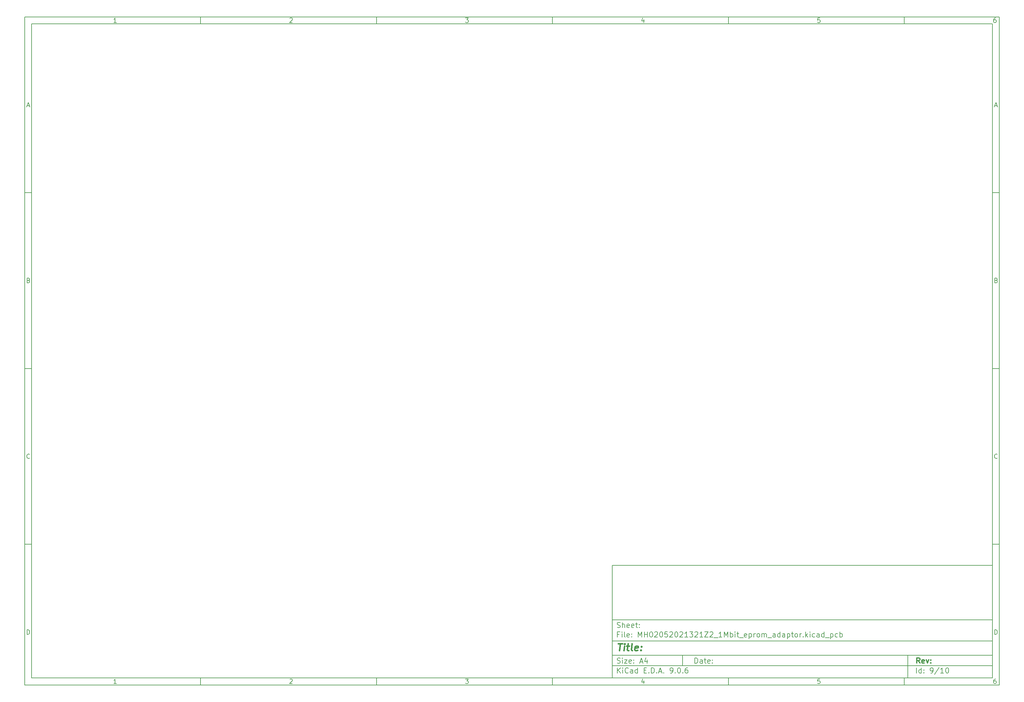
<source format=gbr>
%TF.GenerationSoftware,KiCad,Pcbnew,9.0.6*%
%TF.CreationDate,2026-01-11T11:31:53+09:00*%
%TF.ProjectId,MH02052021321Z2_1Mbit_eprom_adaptor,4d483032-3035-4323-9032-313332315a32,rev?*%
%TF.SameCoordinates,Original*%
%TF.FileFunction,Other,Comment*%
%FSLAX46Y46*%
G04 Gerber Fmt 4.6, Leading zero omitted, Abs format (unit mm)*
G04 Created by KiCad (PCBNEW 9.0.6) date 2026-01-11 11:31:53*
%MOMM*%
%LPD*%
G01*
G04 APERTURE LIST*
%ADD10C,0.100000*%
%ADD11C,0.150000*%
%ADD12C,0.300000*%
%ADD13C,0.400000*%
G04 APERTURE END LIST*
D10*
D11*
X177002200Y-166007200D02*
X285002200Y-166007200D01*
X285002200Y-198007200D01*
X177002200Y-198007200D01*
X177002200Y-166007200D01*
D10*
D11*
X10000000Y-10000000D02*
X287002200Y-10000000D01*
X287002200Y-200007200D01*
X10000000Y-200007200D01*
X10000000Y-10000000D01*
D10*
D11*
X12000000Y-12000000D02*
X285002200Y-12000000D01*
X285002200Y-198007200D01*
X12000000Y-198007200D01*
X12000000Y-12000000D01*
D10*
D11*
X60000000Y-12000000D02*
X60000000Y-10000000D01*
D10*
D11*
X110000000Y-12000000D02*
X110000000Y-10000000D01*
D10*
D11*
X160000000Y-12000000D02*
X160000000Y-10000000D01*
D10*
D11*
X210000000Y-12000000D02*
X210000000Y-10000000D01*
D10*
D11*
X260000000Y-12000000D02*
X260000000Y-10000000D01*
D10*
D11*
X36089160Y-11593604D02*
X35346303Y-11593604D01*
X35717731Y-11593604D02*
X35717731Y-10293604D01*
X35717731Y-10293604D02*
X35593922Y-10479319D01*
X35593922Y-10479319D02*
X35470112Y-10603128D01*
X35470112Y-10603128D02*
X35346303Y-10665033D01*
D10*
D11*
X85346303Y-10417414D02*
X85408207Y-10355509D01*
X85408207Y-10355509D02*
X85532017Y-10293604D01*
X85532017Y-10293604D02*
X85841541Y-10293604D01*
X85841541Y-10293604D02*
X85965350Y-10355509D01*
X85965350Y-10355509D02*
X86027255Y-10417414D01*
X86027255Y-10417414D02*
X86089160Y-10541223D01*
X86089160Y-10541223D02*
X86089160Y-10665033D01*
X86089160Y-10665033D02*
X86027255Y-10850747D01*
X86027255Y-10850747D02*
X85284398Y-11593604D01*
X85284398Y-11593604D02*
X86089160Y-11593604D01*
D10*
D11*
X135284398Y-10293604D02*
X136089160Y-10293604D01*
X136089160Y-10293604D02*
X135655826Y-10788842D01*
X135655826Y-10788842D02*
X135841541Y-10788842D01*
X135841541Y-10788842D02*
X135965350Y-10850747D01*
X135965350Y-10850747D02*
X136027255Y-10912652D01*
X136027255Y-10912652D02*
X136089160Y-11036461D01*
X136089160Y-11036461D02*
X136089160Y-11345985D01*
X136089160Y-11345985D02*
X136027255Y-11469795D01*
X136027255Y-11469795D02*
X135965350Y-11531700D01*
X135965350Y-11531700D02*
X135841541Y-11593604D01*
X135841541Y-11593604D02*
X135470112Y-11593604D01*
X135470112Y-11593604D02*
X135346303Y-11531700D01*
X135346303Y-11531700D02*
X135284398Y-11469795D01*
D10*
D11*
X185965350Y-10726938D02*
X185965350Y-11593604D01*
X185655826Y-10231700D02*
X185346303Y-11160271D01*
X185346303Y-11160271D02*
X186151064Y-11160271D01*
D10*
D11*
X236027255Y-10293604D02*
X235408207Y-10293604D01*
X235408207Y-10293604D02*
X235346303Y-10912652D01*
X235346303Y-10912652D02*
X235408207Y-10850747D01*
X235408207Y-10850747D02*
X235532017Y-10788842D01*
X235532017Y-10788842D02*
X235841541Y-10788842D01*
X235841541Y-10788842D02*
X235965350Y-10850747D01*
X235965350Y-10850747D02*
X236027255Y-10912652D01*
X236027255Y-10912652D02*
X236089160Y-11036461D01*
X236089160Y-11036461D02*
X236089160Y-11345985D01*
X236089160Y-11345985D02*
X236027255Y-11469795D01*
X236027255Y-11469795D02*
X235965350Y-11531700D01*
X235965350Y-11531700D02*
X235841541Y-11593604D01*
X235841541Y-11593604D02*
X235532017Y-11593604D01*
X235532017Y-11593604D02*
X235408207Y-11531700D01*
X235408207Y-11531700D02*
X235346303Y-11469795D01*
D10*
D11*
X285965350Y-10293604D02*
X285717731Y-10293604D01*
X285717731Y-10293604D02*
X285593922Y-10355509D01*
X285593922Y-10355509D02*
X285532017Y-10417414D01*
X285532017Y-10417414D02*
X285408207Y-10603128D01*
X285408207Y-10603128D02*
X285346303Y-10850747D01*
X285346303Y-10850747D02*
X285346303Y-11345985D01*
X285346303Y-11345985D02*
X285408207Y-11469795D01*
X285408207Y-11469795D02*
X285470112Y-11531700D01*
X285470112Y-11531700D02*
X285593922Y-11593604D01*
X285593922Y-11593604D02*
X285841541Y-11593604D01*
X285841541Y-11593604D02*
X285965350Y-11531700D01*
X285965350Y-11531700D02*
X286027255Y-11469795D01*
X286027255Y-11469795D02*
X286089160Y-11345985D01*
X286089160Y-11345985D02*
X286089160Y-11036461D01*
X286089160Y-11036461D02*
X286027255Y-10912652D01*
X286027255Y-10912652D02*
X285965350Y-10850747D01*
X285965350Y-10850747D02*
X285841541Y-10788842D01*
X285841541Y-10788842D02*
X285593922Y-10788842D01*
X285593922Y-10788842D02*
X285470112Y-10850747D01*
X285470112Y-10850747D02*
X285408207Y-10912652D01*
X285408207Y-10912652D02*
X285346303Y-11036461D01*
D10*
D11*
X60000000Y-198007200D02*
X60000000Y-200007200D01*
D10*
D11*
X110000000Y-198007200D02*
X110000000Y-200007200D01*
D10*
D11*
X160000000Y-198007200D02*
X160000000Y-200007200D01*
D10*
D11*
X210000000Y-198007200D02*
X210000000Y-200007200D01*
D10*
D11*
X260000000Y-198007200D02*
X260000000Y-200007200D01*
D10*
D11*
X36089160Y-199600804D02*
X35346303Y-199600804D01*
X35717731Y-199600804D02*
X35717731Y-198300804D01*
X35717731Y-198300804D02*
X35593922Y-198486519D01*
X35593922Y-198486519D02*
X35470112Y-198610328D01*
X35470112Y-198610328D02*
X35346303Y-198672233D01*
D10*
D11*
X85346303Y-198424614D02*
X85408207Y-198362709D01*
X85408207Y-198362709D02*
X85532017Y-198300804D01*
X85532017Y-198300804D02*
X85841541Y-198300804D01*
X85841541Y-198300804D02*
X85965350Y-198362709D01*
X85965350Y-198362709D02*
X86027255Y-198424614D01*
X86027255Y-198424614D02*
X86089160Y-198548423D01*
X86089160Y-198548423D02*
X86089160Y-198672233D01*
X86089160Y-198672233D02*
X86027255Y-198857947D01*
X86027255Y-198857947D02*
X85284398Y-199600804D01*
X85284398Y-199600804D02*
X86089160Y-199600804D01*
D10*
D11*
X135284398Y-198300804D02*
X136089160Y-198300804D01*
X136089160Y-198300804D02*
X135655826Y-198796042D01*
X135655826Y-198796042D02*
X135841541Y-198796042D01*
X135841541Y-198796042D02*
X135965350Y-198857947D01*
X135965350Y-198857947D02*
X136027255Y-198919852D01*
X136027255Y-198919852D02*
X136089160Y-199043661D01*
X136089160Y-199043661D02*
X136089160Y-199353185D01*
X136089160Y-199353185D02*
X136027255Y-199476995D01*
X136027255Y-199476995D02*
X135965350Y-199538900D01*
X135965350Y-199538900D02*
X135841541Y-199600804D01*
X135841541Y-199600804D02*
X135470112Y-199600804D01*
X135470112Y-199600804D02*
X135346303Y-199538900D01*
X135346303Y-199538900D02*
X135284398Y-199476995D01*
D10*
D11*
X185965350Y-198734138D02*
X185965350Y-199600804D01*
X185655826Y-198238900D02*
X185346303Y-199167471D01*
X185346303Y-199167471D02*
X186151064Y-199167471D01*
D10*
D11*
X236027255Y-198300804D02*
X235408207Y-198300804D01*
X235408207Y-198300804D02*
X235346303Y-198919852D01*
X235346303Y-198919852D02*
X235408207Y-198857947D01*
X235408207Y-198857947D02*
X235532017Y-198796042D01*
X235532017Y-198796042D02*
X235841541Y-198796042D01*
X235841541Y-198796042D02*
X235965350Y-198857947D01*
X235965350Y-198857947D02*
X236027255Y-198919852D01*
X236027255Y-198919852D02*
X236089160Y-199043661D01*
X236089160Y-199043661D02*
X236089160Y-199353185D01*
X236089160Y-199353185D02*
X236027255Y-199476995D01*
X236027255Y-199476995D02*
X235965350Y-199538900D01*
X235965350Y-199538900D02*
X235841541Y-199600804D01*
X235841541Y-199600804D02*
X235532017Y-199600804D01*
X235532017Y-199600804D02*
X235408207Y-199538900D01*
X235408207Y-199538900D02*
X235346303Y-199476995D01*
D10*
D11*
X285965350Y-198300804D02*
X285717731Y-198300804D01*
X285717731Y-198300804D02*
X285593922Y-198362709D01*
X285593922Y-198362709D02*
X285532017Y-198424614D01*
X285532017Y-198424614D02*
X285408207Y-198610328D01*
X285408207Y-198610328D02*
X285346303Y-198857947D01*
X285346303Y-198857947D02*
X285346303Y-199353185D01*
X285346303Y-199353185D02*
X285408207Y-199476995D01*
X285408207Y-199476995D02*
X285470112Y-199538900D01*
X285470112Y-199538900D02*
X285593922Y-199600804D01*
X285593922Y-199600804D02*
X285841541Y-199600804D01*
X285841541Y-199600804D02*
X285965350Y-199538900D01*
X285965350Y-199538900D02*
X286027255Y-199476995D01*
X286027255Y-199476995D02*
X286089160Y-199353185D01*
X286089160Y-199353185D02*
X286089160Y-199043661D01*
X286089160Y-199043661D02*
X286027255Y-198919852D01*
X286027255Y-198919852D02*
X285965350Y-198857947D01*
X285965350Y-198857947D02*
X285841541Y-198796042D01*
X285841541Y-198796042D02*
X285593922Y-198796042D01*
X285593922Y-198796042D02*
X285470112Y-198857947D01*
X285470112Y-198857947D02*
X285408207Y-198919852D01*
X285408207Y-198919852D02*
X285346303Y-199043661D01*
D10*
D11*
X10000000Y-60000000D02*
X12000000Y-60000000D01*
D10*
D11*
X10000000Y-110000000D02*
X12000000Y-110000000D01*
D10*
D11*
X10000000Y-160000000D02*
X12000000Y-160000000D01*
D10*
D11*
X10690476Y-35222176D02*
X11309523Y-35222176D01*
X10566666Y-35593604D02*
X10999999Y-34293604D01*
X10999999Y-34293604D02*
X11433333Y-35593604D01*
D10*
D11*
X11092857Y-84912652D02*
X11278571Y-84974557D01*
X11278571Y-84974557D02*
X11340476Y-85036461D01*
X11340476Y-85036461D02*
X11402380Y-85160271D01*
X11402380Y-85160271D02*
X11402380Y-85345985D01*
X11402380Y-85345985D02*
X11340476Y-85469795D01*
X11340476Y-85469795D02*
X11278571Y-85531700D01*
X11278571Y-85531700D02*
X11154761Y-85593604D01*
X11154761Y-85593604D02*
X10659523Y-85593604D01*
X10659523Y-85593604D02*
X10659523Y-84293604D01*
X10659523Y-84293604D02*
X11092857Y-84293604D01*
X11092857Y-84293604D02*
X11216666Y-84355509D01*
X11216666Y-84355509D02*
X11278571Y-84417414D01*
X11278571Y-84417414D02*
X11340476Y-84541223D01*
X11340476Y-84541223D02*
X11340476Y-84665033D01*
X11340476Y-84665033D02*
X11278571Y-84788842D01*
X11278571Y-84788842D02*
X11216666Y-84850747D01*
X11216666Y-84850747D02*
X11092857Y-84912652D01*
X11092857Y-84912652D02*
X10659523Y-84912652D01*
D10*
D11*
X11402380Y-135469795D02*
X11340476Y-135531700D01*
X11340476Y-135531700D02*
X11154761Y-135593604D01*
X11154761Y-135593604D02*
X11030952Y-135593604D01*
X11030952Y-135593604D02*
X10845238Y-135531700D01*
X10845238Y-135531700D02*
X10721428Y-135407890D01*
X10721428Y-135407890D02*
X10659523Y-135284080D01*
X10659523Y-135284080D02*
X10597619Y-135036461D01*
X10597619Y-135036461D02*
X10597619Y-134850747D01*
X10597619Y-134850747D02*
X10659523Y-134603128D01*
X10659523Y-134603128D02*
X10721428Y-134479319D01*
X10721428Y-134479319D02*
X10845238Y-134355509D01*
X10845238Y-134355509D02*
X11030952Y-134293604D01*
X11030952Y-134293604D02*
X11154761Y-134293604D01*
X11154761Y-134293604D02*
X11340476Y-134355509D01*
X11340476Y-134355509D02*
X11402380Y-134417414D01*
D10*
D11*
X10659523Y-185593604D02*
X10659523Y-184293604D01*
X10659523Y-184293604D02*
X10969047Y-184293604D01*
X10969047Y-184293604D02*
X11154761Y-184355509D01*
X11154761Y-184355509D02*
X11278571Y-184479319D01*
X11278571Y-184479319D02*
X11340476Y-184603128D01*
X11340476Y-184603128D02*
X11402380Y-184850747D01*
X11402380Y-184850747D02*
X11402380Y-185036461D01*
X11402380Y-185036461D02*
X11340476Y-185284080D01*
X11340476Y-185284080D02*
X11278571Y-185407890D01*
X11278571Y-185407890D02*
X11154761Y-185531700D01*
X11154761Y-185531700D02*
X10969047Y-185593604D01*
X10969047Y-185593604D02*
X10659523Y-185593604D01*
D10*
D11*
X287002200Y-60000000D02*
X285002200Y-60000000D01*
D10*
D11*
X287002200Y-110000000D02*
X285002200Y-110000000D01*
D10*
D11*
X287002200Y-160000000D02*
X285002200Y-160000000D01*
D10*
D11*
X285692676Y-35222176D02*
X286311723Y-35222176D01*
X285568866Y-35593604D02*
X286002199Y-34293604D01*
X286002199Y-34293604D02*
X286435533Y-35593604D01*
D10*
D11*
X286095057Y-84912652D02*
X286280771Y-84974557D01*
X286280771Y-84974557D02*
X286342676Y-85036461D01*
X286342676Y-85036461D02*
X286404580Y-85160271D01*
X286404580Y-85160271D02*
X286404580Y-85345985D01*
X286404580Y-85345985D02*
X286342676Y-85469795D01*
X286342676Y-85469795D02*
X286280771Y-85531700D01*
X286280771Y-85531700D02*
X286156961Y-85593604D01*
X286156961Y-85593604D02*
X285661723Y-85593604D01*
X285661723Y-85593604D02*
X285661723Y-84293604D01*
X285661723Y-84293604D02*
X286095057Y-84293604D01*
X286095057Y-84293604D02*
X286218866Y-84355509D01*
X286218866Y-84355509D02*
X286280771Y-84417414D01*
X286280771Y-84417414D02*
X286342676Y-84541223D01*
X286342676Y-84541223D02*
X286342676Y-84665033D01*
X286342676Y-84665033D02*
X286280771Y-84788842D01*
X286280771Y-84788842D02*
X286218866Y-84850747D01*
X286218866Y-84850747D02*
X286095057Y-84912652D01*
X286095057Y-84912652D02*
X285661723Y-84912652D01*
D10*
D11*
X286404580Y-135469795D02*
X286342676Y-135531700D01*
X286342676Y-135531700D02*
X286156961Y-135593604D01*
X286156961Y-135593604D02*
X286033152Y-135593604D01*
X286033152Y-135593604D02*
X285847438Y-135531700D01*
X285847438Y-135531700D02*
X285723628Y-135407890D01*
X285723628Y-135407890D02*
X285661723Y-135284080D01*
X285661723Y-135284080D02*
X285599819Y-135036461D01*
X285599819Y-135036461D02*
X285599819Y-134850747D01*
X285599819Y-134850747D02*
X285661723Y-134603128D01*
X285661723Y-134603128D02*
X285723628Y-134479319D01*
X285723628Y-134479319D02*
X285847438Y-134355509D01*
X285847438Y-134355509D02*
X286033152Y-134293604D01*
X286033152Y-134293604D02*
X286156961Y-134293604D01*
X286156961Y-134293604D02*
X286342676Y-134355509D01*
X286342676Y-134355509D02*
X286404580Y-134417414D01*
D10*
D11*
X285661723Y-185593604D02*
X285661723Y-184293604D01*
X285661723Y-184293604D02*
X285971247Y-184293604D01*
X285971247Y-184293604D02*
X286156961Y-184355509D01*
X286156961Y-184355509D02*
X286280771Y-184479319D01*
X286280771Y-184479319D02*
X286342676Y-184603128D01*
X286342676Y-184603128D02*
X286404580Y-184850747D01*
X286404580Y-184850747D02*
X286404580Y-185036461D01*
X286404580Y-185036461D02*
X286342676Y-185284080D01*
X286342676Y-185284080D02*
X286280771Y-185407890D01*
X286280771Y-185407890D02*
X286156961Y-185531700D01*
X286156961Y-185531700D02*
X285971247Y-185593604D01*
X285971247Y-185593604D02*
X285661723Y-185593604D01*
D10*
D11*
X200458026Y-193793328D02*
X200458026Y-192293328D01*
X200458026Y-192293328D02*
X200815169Y-192293328D01*
X200815169Y-192293328D02*
X201029455Y-192364757D01*
X201029455Y-192364757D02*
X201172312Y-192507614D01*
X201172312Y-192507614D02*
X201243741Y-192650471D01*
X201243741Y-192650471D02*
X201315169Y-192936185D01*
X201315169Y-192936185D02*
X201315169Y-193150471D01*
X201315169Y-193150471D02*
X201243741Y-193436185D01*
X201243741Y-193436185D02*
X201172312Y-193579042D01*
X201172312Y-193579042D02*
X201029455Y-193721900D01*
X201029455Y-193721900D02*
X200815169Y-193793328D01*
X200815169Y-193793328D02*
X200458026Y-193793328D01*
X202600884Y-193793328D02*
X202600884Y-193007614D01*
X202600884Y-193007614D02*
X202529455Y-192864757D01*
X202529455Y-192864757D02*
X202386598Y-192793328D01*
X202386598Y-192793328D02*
X202100884Y-192793328D01*
X202100884Y-192793328D02*
X201958026Y-192864757D01*
X202600884Y-193721900D02*
X202458026Y-193793328D01*
X202458026Y-193793328D02*
X202100884Y-193793328D01*
X202100884Y-193793328D02*
X201958026Y-193721900D01*
X201958026Y-193721900D02*
X201886598Y-193579042D01*
X201886598Y-193579042D02*
X201886598Y-193436185D01*
X201886598Y-193436185D02*
X201958026Y-193293328D01*
X201958026Y-193293328D02*
X202100884Y-193221900D01*
X202100884Y-193221900D02*
X202458026Y-193221900D01*
X202458026Y-193221900D02*
X202600884Y-193150471D01*
X203100884Y-192793328D02*
X203672312Y-192793328D01*
X203315169Y-192293328D02*
X203315169Y-193579042D01*
X203315169Y-193579042D02*
X203386598Y-193721900D01*
X203386598Y-193721900D02*
X203529455Y-193793328D01*
X203529455Y-193793328D02*
X203672312Y-193793328D01*
X204743741Y-193721900D02*
X204600884Y-193793328D01*
X204600884Y-193793328D02*
X204315170Y-193793328D01*
X204315170Y-193793328D02*
X204172312Y-193721900D01*
X204172312Y-193721900D02*
X204100884Y-193579042D01*
X204100884Y-193579042D02*
X204100884Y-193007614D01*
X204100884Y-193007614D02*
X204172312Y-192864757D01*
X204172312Y-192864757D02*
X204315170Y-192793328D01*
X204315170Y-192793328D02*
X204600884Y-192793328D01*
X204600884Y-192793328D02*
X204743741Y-192864757D01*
X204743741Y-192864757D02*
X204815170Y-193007614D01*
X204815170Y-193007614D02*
X204815170Y-193150471D01*
X204815170Y-193150471D02*
X204100884Y-193293328D01*
X205458026Y-193650471D02*
X205529455Y-193721900D01*
X205529455Y-193721900D02*
X205458026Y-193793328D01*
X205458026Y-193793328D02*
X205386598Y-193721900D01*
X205386598Y-193721900D02*
X205458026Y-193650471D01*
X205458026Y-193650471D02*
X205458026Y-193793328D01*
X205458026Y-192864757D02*
X205529455Y-192936185D01*
X205529455Y-192936185D02*
X205458026Y-193007614D01*
X205458026Y-193007614D02*
X205386598Y-192936185D01*
X205386598Y-192936185D02*
X205458026Y-192864757D01*
X205458026Y-192864757D02*
X205458026Y-193007614D01*
D10*
D11*
X177002200Y-194507200D02*
X285002200Y-194507200D01*
D10*
D11*
X178458026Y-196593328D02*
X178458026Y-195093328D01*
X179315169Y-196593328D02*
X178672312Y-195736185D01*
X179315169Y-195093328D02*
X178458026Y-195950471D01*
X179958026Y-196593328D02*
X179958026Y-195593328D01*
X179958026Y-195093328D02*
X179886598Y-195164757D01*
X179886598Y-195164757D02*
X179958026Y-195236185D01*
X179958026Y-195236185D02*
X180029455Y-195164757D01*
X180029455Y-195164757D02*
X179958026Y-195093328D01*
X179958026Y-195093328D02*
X179958026Y-195236185D01*
X181529455Y-196450471D02*
X181458027Y-196521900D01*
X181458027Y-196521900D02*
X181243741Y-196593328D01*
X181243741Y-196593328D02*
X181100884Y-196593328D01*
X181100884Y-196593328D02*
X180886598Y-196521900D01*
X180886598Y-196521900D02*
X180743741Y-196379042D01*
X180743741Y-196379042D02*
X180672312Y-196236185D01*
X180672312Y-196236185D02*
X180600884Y-195950471D01*
X180600884Y-195950471D02*
X180600884Y-195736185D01*
X180600884Y-195736185D02*
X180672312Y-195450471D01*
X180672312Y-195450471D02*
X180743741Y-195307614D01*
X180743741Y-195307614D02*
X180886598Y-195164757D01*
X180886598Y-195164757D02*
X181100884Y-195093328D01*
X181100884Y-195093328D02*
X181243741Y-195093328D01*
X181243741Y-195093328D02*
X181458027Y-195164757D01*
X181458027Y-195164757D02*
X181529455Y-195236185D01*
X182815170Y-196593328D02*
X182815170Y-195807614D01*
X182815170Y-195807614D02*
X182743741Y-195664757D01*
X182743741Y-195664757D02*
X182600884Y-195593328D01*
X182600884Y-195593328D02*
X182315170Y-195593328D01*
X182315170Y-195593328D02*
X182172312Y-195664757D01*
X182815170Y-196521900D02*
X182672312Y-196593328D01*
X182672312Y-196593328D02*
X182315170Y-196593328D01*
X182315170Y-196593328D02*
X182172312Y-196521900D01*
X182172312Y-196521900D02*
X182100884Y-196379042D01*
X182100884Y-196379042D02*
X182100884Y-196236185D01*
X182100884Y-196236185D02*
X182172312Y-196093328D01*
X182172312Y-196093328D02*
X182315170Y-196021900D01*
X182315170Y-196021900D02*
X182672312Y-196021900D01*
X182672312Y-196021900D02*
X182815170Y-195950471D01*
X184172313Y-196593328D02*
X184172313Y-195093328D01*
X184172313Y-196521900D02*
X184029455Y-196593328D01*
X184029455Y-196593328D02*
X183743741Y-196593328D01*
X183743741Y-196593328D02*
X183600884Y-196521900D01*
X183600884Y-196521900D02*
X183529455Y-196450471D01*
X183529455Y-196450471D02*
X183458027Y-196307614D01*
X183458027Y-196307614D02*
X183458027Y-195879042D01*
X183458027Y-195879042D02*
X183529455Y-195736185D01*
X183529455Y-195736185D02*
X183600884Y-195664757D01*
X183600884Y-195664757D02*
X183743741Y-195593328D01*
X183743741Y-195593328D02*
X184029455Y-195593328D01*
X184029455Y-195593328D02*
X184172313Y-195664757D01*
X186029455Y-195807614D02*
X186529455Y-195807614D01*
X186743741Y-196593328D02*
X186029455Y-196593328D01*
X186029455Y-196593328D02*
X186029455Y-195093328D01*
X186029455Y-195093328D02*
X186743741Y-195093328D01*
X187386598Y-196450471D02*
X187458027Y-196521900D01*
X187458027Y-196521900D02*
X187386598Y-196593328D01*
X187386598Y-196593328D02*
X187315170Y-196521900D01*
X187315170Y-196521900D02*
X187386598Y-196450471D01*
X187386598Y-196450471D02*
X187386598Y-196593328D01*
X188100884Y-196593328D02*
X188100884Y-195093328D01*
X188100884Y-195093328D02*
X188458027Y-195093328D01*
X188458027Y-195093328D02*
X188672313Y-195164757D01*
X188672313Y-195164757D02*
X188815170Y-195307614D01*
X188815170Y-195307614D02*
X188886599Y-195450471D01*
X188886599Y-195450471D02*
X188958027Y-195736185D01*
X188958027Y-195736185D02*
X188958027Y-195950471D01*
X188958027Y-195950471D02*
X188886599Y-196236185D01*
X188886599Y-196236185D02*
X188815170Y-196379042D01*
X188815170Y-196379042D02*
X188672313Y-196521900D01*
X188672313Y-196521900D02*
X188458027Y-196593328D01*
X188458027Y-196593328D02*
X188100884Y-196593328D01*
X189600884Y-196450471D02*
X189672313Y-196521900D01*
X189672313Y-196521900D02*
X189600884Y-196593328D01*
X189600884Y-196593328D02*
X189529456Y-196521900D01*
X189529456Y-196521900D02*
X189600884Y-196450471D01*
X189600884Y-196450471D02*
X189600884Y-196593328D01*
X190243742Y-196164757D02*
X190958028Y-196164757D01*
X190100885Y-196593328D02*
X190600885Y-195093328D01*
X190600885Y-195093328D02*
X191100885Y-196593328D01*
X191600884Y-196450471D02*
X191672313Y-196521900D01*
X191672313Y-196521900D02*
X191600884Y-196593328D01*
X191600884Y-196593328D02*
X191529456Y-196521900D01*
X191529456Y-196521900D02*
X191600884Y-196450471D01*
X191600884Y-196450471D02*
X191600884Y-196593328D01*
X193529456Y-196593328D02*
X193815170Y-196593328D01*
X193815170Y-196593328D02*
X193958027Y-196521900D01*
X193958027Y-196521900D02*
X194029456Y-196450471D01*
X194029456Y-196450471D02*
X194172313Y-196236185D01*
X194172313Y-196236185D02*
X194243742Y-195950471D01*
X194243742Y-195950471D02*
X194243742Y-195379042D01*
X194243742Y-195379042D02*
X194172313Y-195236185D01*
X194172313Y-195236185D02*
X194100885Y-195164757D01*
X194100885Y-195164757D02*
X193958027Y-195093328D01*
X193958027Y-195093328D02*
X193672313Y-195093328D01*
X193672313Y-195093328D02*
X193529456Y-195164757D01*
X193529456Y-195164757D02*
X193458027Y-195236185D01*
X193458027Y-195236185D02*
X193386599Y-195379042D01*
X193386599Y-195379042D02*
X193386599Y-195736185D01*
X193386599Y-195736185D02*
X193458027Y-195879042D01*
X193458027Y-195879042D02*
X193529456Y-195950471D01*
X193529456Y-195950471D02*
X193672313Y-196021900D01*
X193672313Y-196021900D02*
X193958027Y-196021900D01*
X193958027Y-196021900D02*
X194100885Y-195950471D01*
X194100885Y-195950471D02*
X194172313Y-195879042D01*
X194172313Y-195879042D02*
X194243742Y-195736185D01*
X194886598Y-196450471D02*
X194958027Y-196521900D01*
X194958027Y-196521900D02*
X194886598Y-196593328D01*
X194886598Y-196593328D02*
X194815170Y-196521900D01*
X194815170Y-196521900D02*
X194886598Y-196450471D01*
X194886598Y-196450471D02*
X194886598Y-196593328D01*
X195886599Y-195093328D02*
X196029456Y-195093328D01*
X196029456Y-195093328D02*
X196172313Y-195164757D01*
X196172313Y-195164757D02*
X196243742Y-195236185D01*
X196243742Y-195236185D02*
X196315170Y-195379042D01*
X196315170Y-195379042D02*
X196386599Y-195664757D01*
X196386599Y-195664757D02*
X196386599Y-196021900D01*
X196386599Y-196021900D02*
X196315170Y-196307614D01*
X196315170Y-196307614D02*
X196243742Y-196450471D01*
X196243742Y-196450471D02*
X196172313Y-196521900D01*
X196172313Y-196521900D02*
X196029456Y-196593328D01*
X196029456Y-196593328D02*
X195886599Y-196593328D01*
X195886599Y-196593328D02*
X195743742Y-196521900D01*
X195743742Y-196521900D02*
X195672313Y-196450471D01*
X195672313Y-196450471D02*
X195600884Y-196307614D01*
X195600884Y-196307614D02*
X195529456Y-196021900D01*
X195529456Y-196021900D02*
X195529456Y-195664757D01*
X195529456Y-195664757D02*
X195600884Y-195379042D01*
X195600884Y-195379042D02*
X195672313Y-195236185D01*
X195672313Y-195236185D02*
X195743742Y-195164757D01*
X195743742Y-195164757D02*
X195886599Y-195093328D01*
X197029455Y-196450471D02*
X197100884Y-196521900D01*
X197100884Y-196521900D02*
X197029455Y-196593328D01*
X197029455Y-196593328D02*
X196958027Y-196521900D01*
X196958027Y-196521900D02*
X197029455Y-196450471D01*
X197029455Y-196450471D02*
X197029455Y-196593328D01*
X198386599Y-195093328D02*
X198100884Y-195093328D01*
X198100884Y-195093328D02*
X197958027Y-195164757D01*
X197958027Y-195164757D02*
X197886599Y-195236185D01*
X197886599Y-195236185D02*
X197743741Y-195450471D01*
X197743741Y-195450471D02*
X197672313Y-195736185D01*
X197672313Y-195736185D02*
X197672313Y-196307614D01*
X197672313Y-196307614D02*
X197743741Y-196450471D01*
X197743741Y-196450471D02*
X197815170Y-196521900D01*
X197815170Y-196521900D02*
X197958027Y-196593328D01*
X197958027Y-196593328D02*
X198243741Y-196593328D01*
X198243741Y-196593328D02*
X198386599Y-196521900D01*
X198386599Y-196521900D02*
X198458027Y-196450471D01*
X198458027Y-196450471D02*
X198529456Y-196307614D01*
X198529456Y-196307614D02*
X198529456Y-195950471D01*
X198529456Y-195950471D02*
X198458027Y-195807614D01*
X198458027Y-195807614D02*
X198386599Y-195736185D01*
X198386599Y-195736185D02*
X198243741Y-195664757D01*
X198243741Y-195664757D02*
X197958027Y-195664757D01*
X197958027Y-195664757D02*
X197815170Y-195736185D01*
X197815170Y-195736185D02*
X197743741Y-195807614D01*
X197743741Y-195807614D02*
X197672313Y-195950471D01*
D10*
D11*
X177002200Y-191507200D02*
X285002200Y-191507200D01*
D10*
D12*
X264413853Y-193785528D02*
X263913853Y-193071242D01*
X263556710Y-193785528D02*
X263556710Y-192285528D01*
X263556710Y-192285528D02*
X264128139Y-192285528D01*
X264128139Y-192285528D02*
X264270996Y-192356957D01*
X264270996Y-192356957D02*
X264342425Y-192428385D01*
X264342425Y-192428385D02*
X264413853Y-192571242D01*
X264413853Y-192571242D02*
X264413853Y-192785528D01*
X264413853Y-192785528D02*
X264342425Y-192928385D01*
X264342425Y-192928385D02*
X264270996Y-192999814D01*
X264270996Y-192999814D02*
X264128139Y-193071242D01*
X264128139Y-193071242D02*
X263556710Y-193071242D01*
X265628139Y-193714100D02*
X265485282Y-193785528D01*
X265485282Y-193785528D02*
X265199568Y-193785528D01*
X265199568Y-193785528D02*
X265056710Y-193714100D01*
X265056710Y-193714100D02*
X264985282Y-193571242D01*
X264985282Y-193571242D02*
X264985282Y-192999814D01*
X264985282Y-192999814D02*
X265056710Y-192856957D01*
X265056710Y-192856957D02*
X265199568Y-192785528D01*
X265199568Y-192785528D02*
X265485282Y-192785528D01*
X265485282Y-192785528D02*
X265628139Y-192856957D01*
X265628139Y-192856957D02*
X265699568Y-192999814D01*
X265699568Y-192999814D02*
X265699568Y-193142671D01*
X265699568Y-193142671D02*
X264985282Y-193285528D01*
X266199567Y-192785528D02*
X266556710Y-193785528D01*
X266556710Y-193785528D02*
X266913853Y-192785528D01*
X267485281Y-193642671D02*
X267556710Y-193714100D01*
X267556710Y-193714100D02*
X267485281Y-193785528D01*
X267485281Y-193785528D02*
X267413853Y-193714100D01*
X267413853Y-193714100D02*
X267485281Y-193642671D01*
X267485281Y-193642671D02*
X267485281Y-193785528D01*
X267485281Y-192856957D02*
X267556710Y-192928385D01*
X267556710Y-192928385D02*
X267485281Y-192999814D01*
X267485281Y-192999814D02*
X267413853Y-192928385D01*
X267413853Y-192928385D02*
X267485281Y-192856957D01*
X267485281Y-192856957D02*
X267485281Y-192999814D01*
D10*
D11*
X178386598Y-193721900D02*
X178600884Y-193793328D01*
X178600884Y-193793328D02*
X178958026Y-193793328D01*
X178958026Y-193793328D02*
X179100884Y-193721900D01*
X179100884Y-193721900D02*
X179172312Y-193650471D01*
X179172312Y-193650471D02*
X179243741Y-193507614D01*
X179243741Y-193507614D02*
X179243741Y-193364757D01*
X179243741Y-193364757D02*
X179172312Y-193221900D01*
X179172312Y-193221900D02*
X179100884Y-193150471D01*
X179100884Y-193150471D02*
X178958026Y-193079042D01*
X178958026Y-193079042D02*
X178672312Y-193007614D01*
X178672312Y-193007614D02*
X178529455Y-192936185D01*
X178529455Y-192936185D02*
X178458026Y-192864757D01*
X178458026Y-192864757D02*
X178386598Y-192721900D01*
X178386598Y-192721900D02*
X178386598Y-192579042D01*
X178386598Y-192579042D02*
X178458026Y-192436185D01*
X178458026Y-192436185D02*
X178529455Y-192364757D01*
X178529455Y-192364757D02*
X178672312Y-192293328D01*
X178672312Y-192293328D02*
X179029455Y-192293328D01*
X179029455Y-192293328D02*
X179243741Y-192364757D01*
X179886597Y-193793328D02*
X179886597Y-192793328D01*
X179886597Y-192293328D02*
X179815169Y-192364757D01*
X179815169Y-192364757D02*
X179886597Y-192436185D01*
X179886597Y-192436185D02*
X179958026Y-192364757D01*
X179958026Y-192364757D02*
X179886597Y-192293328D01*
X179886597Y-192293328D02*
X179886597Y-192436185D01*
X180458026Y-192793328D02*
X181243741Y-192793328D01*
X181243741Y-192793328D02*
X180458026Y-193793328D01*
X180458026Y-193793328D02*
X181243741Y-193793328D01*
X182386598Y-193721900D02*
X182243741Y-193793328D01*
X182243741Y-193793328D02*
X181958027Y-193793328D01*
X181958027Y-193793328D02*
X181815169Y-193721900D01*
X181815169Y-193721900D02*
X181743741Y-193579042D01*
X181743741Y-193579042D02*
X181743741Y-193007614D01*
X181743741Y-193007614D02*
X181815169Y-192864757D01*
X181815169Y-192864757D02*
X181958027Y-192793328D01*
X181958027Y-192793328D02*
X182243741Y-192793328D01*
X182243741Y-192793328D02*
X182386598Y-192864757D01*
X182386598Y-192864757D02*
X182458027Y-193007614D01*
X182458027Y-193007614D02*
X182458027Y-193150471D01*
X182458027Y-193150471D02*
X181743741Y-193293328D01*
X183100883Y-193650471D02*
X183172312Y-193721900D01*
X183172312Y-193721900D02*
X183100883Y-193793328D01*
X183100883Y-193793328D02*
X183029455Y-193721900D01*
X183029455Y-193721900D02*
X183100883Y-193650471D01*
X183100883Y-193650471D02*
X183100883Y-193793328D01*
X183100883Y-192864757D02*
X183172312Y-192936185D01*
X183172312Y-192936185D02*
X183100883Y-193007614D01*
X183100883Y-193007614D02*
X183029455Y-192936185D01*
X183029455Y-192936185D02*
X183100883Y-192864757D01*
X183100883Y-192864757D02*
X183100883Y-193007614D01*
X184886598Y-193364757D02*
X185600884Y-193364757D01*
X184743741Y-193793328D02*
X185243741Y-192293328D01*
X185243741Y-192293328D02*
X185743741Y-193793328D01*
X186886598Y-192793328D02*
X186886598Y-193793328D01*
X186529455Y-192221900D02*
X186172312Y-193293328D01*
X186172312Y-193293328D02*
X187100883Y-193293328D01*
D10*
D11*
X263458026Y-196593328D02*
X263458026Y-195093328D01*
X264815170Y-196593328D02*
X264815170Y-195093328D01*
X264815170Y-196521900D02*
X264672312Y-196593328D01*
X264672312Y-196593328D02*
X264386598Y-196593328D01*
X264386598Y-196593328D02*
X264243741Y-196521900D01*
X264243741Y-196521900D02*
X264172312Y-196450471D01*
X264172312Y-196450471D02*
X264100884Y-196307614D01*
X264100884Y-196307614D02*
X264100884Y-195879042D01*
X264100884Y-195879042D02*
X264172312Y-195736185D01*
X264172312Y-195736185D02*
X264243741Y-195664757D01*
X264243741Y-195664757D02*
X264386598Y-195593328D01*
X264386598Y-195593328D02*
X264672312Y-195593328D01*
X264672312Y-195593328D02*
X264815170Y-195664757D01*
X265529455Y-196450471D02*
X265600884Y-196521900D01*
X265600884Y-196521900D02*
X265529455Y-196593328D01*
X265529455Y-196593328D02*
X265458027Y-196521900D01*
X265458027Y-196521900D02*
X265529455Y-196450471D01*
X265529455Y-196450471D02*
X265529455Y-196593328D01*
X265529455Y-195664757D02*
X265600884Y-195736185D01*
X265600884Y-195736185D02*
X265529455Y-195807614D01*
X265529455Y-195807614D02*
X265458027Y-195736185D01*
X265458027Y-195736185D02*
X265529455Y-195664757D01*
X265529455Y-195664757D02*
X265529455Y-195807614D01*
X267458027Y-196593328D02*
X267743741Y-196593328D01*
X267743741Y-196593328D02*
X267886598Y-196521900D01*
X267886598Y-196521900D02*
X267958027Y-196450471D01*
X267958027Y-196450471D02*
X268100884Y-196236185D01*
X268100884Y-196236185D02*
X268172313Y-195950471D01*
X268172313Y-195950471D02*
X268172313Y-195379042D01*
X268172313Y-195379042D02*
X268100884Y-195236185D01*
X268100884Y-195236185D02*
X268029456Y-195164757D01*
X268029456Y-195164757D02*
X267886598Y-195093328D01*
X267886598Y-195093328D02*
X267600884Y-195093328D01*
X267600884Y-195093328D02*
X267458027Y-195164757D01*
X267458027Y-195164757D02*
X267386598Y-195236185D01*
X267386598Y-195236185D02*
X267315170Y-195379042D01*
X267315170Y-195379042D02*
X267315170Y-195736185D01*
X267315170Y-195736185D02*
X267386598Y-195879042D01*
X267386598Y-195879042D02*
X267458027Y-195950471D01*
X267458027Y-195950471D02*
X267600884Y-196021900D01*
X267600884Y-196021900D02*
X267886598Y-196021900D01*
X267886598Y-196021900D02*
X268029456Y-195950471D01*
X268029456Y-195950471D02*
X268100884Y-195879042D01*
X268100884Y-195879042D02*
X268172313Y-195736185D01*
X269886598Y-195021900D02*
X268600884Y-196950471D01*
X271172313Y-196593328D02*
X270315170Y-196593328D01*
X270743741Y-196593328D02*
X270743741Y-195093328D01*
X270743741Y-195093328D02*
X270600884Y-195307614D01*
X270600884Y-195307614D02*
X270458027Y-195450471D01*
X270458027Y-195450471D02*
X270315170Y-195521900D01*
X272100884Y-195093328D02*
X272243741Y-195093328D01*
X272243741Y-195093328D02*
X272386598Y-195164757D01*
X272386598Y-195164757D02*
X272458027Y-195236185D01*
X272458027Y-195236185D02*
X272529455Y-195379042D01*
X272529455Y-195379042D02*
X272600884Y-195664757D01*
X272600884Y-195664757D02*
X272600884Y-196021900D01*
X272600884Y-196021900D02*
X272529455Y-196307614D01*
X272529455Y-196307614D02*
X272458027Y-196450471D01*
X272458027Y-196450471D02*
X272386598Y-196521900D01*
X272386598Y-196521900D02*
X272243741Y-196593328D01*
X272243741Y-196593328D02*
X272100884Y-196593328D01*
X272100884Y-196593328D02*
X271958027Y-196521900D01*
X271958027Y-196521900D02*
X271886598Y-196450471D01*
X271886598Y-196450471D02*
X271815169Y-196307614D01*
X271815169Y-196307614D02*
X271743741Y-196021900D01*
X271743741Y-196021900D02*
X271743741Y-195664757D01*
X271743741Y-195664757D02*
X271815169Y-195379042D01*
X271815169Y-195379042D02*
X271886598Y-195236185D01*
X271886598Y-195236185D02*
X271958027Y-195164757D01*
X271958027Y-195164757D02*
X272100884Y-195093328D01*
D10*
D11*
X177002200Y-187507200D02*
X285002200Y-187507200D01*
D10*
D13*
X178693928Y-188211638D02*
X179836785Y-188211638D01*
X179015357Y-190211638D02*
X179265357Y-188211638D01*
X180253452Y-190211638D02*
X180420119Y-188878304D01*
X180503452Y-188211638D02*
X180396309Y-188306876D01*
X180396309Y-188306876D02*
X180479643Y-188402114D01*
X180479643Y-188402114D02*
X180586786Y-188306876D01*
X180586786Y-188306876D02*
X180503452Y-188211638D01*
X180503452Y-188211638D02*
X180479643Y-188402114D01*
X181086786Y-188878304D02*
X181848690Y-188878304D01*
X181455833Y-188211638D02*
X181241548Y-189925923D01*
X181241548Y-189925923D02*
X181312976Y-190116400D01*
X181312976Y-190116400D02*
X181491548Y-190211638D01*
X181491548Y-190211638D02*
X181682024Y-190211638D01*
X182634405Y-190211638D02*
X182455833Y-190116400D01*
X182455833Y-190116400D02*
X182384405Y-189925923D01*
X182384405Y-189925923D02*
X182598690Y-188211638D01*
X184170119Y-190116400D02*
X183967738Y-190211638D01*
X183967738Y-190211638D02*
X183586785Y-190211638D01*
X183586785Y-190211638D02*
X183408214Y-190116400D01*
X183408214Y-190116400D02*
X183336785Y-189925923D01*
X183336785Y-189925923D02*
X183432024Y-189164019D01*
X183432024Y-189164019D02*
X183551071Y-188973542D01*
X183551071Y-188973542D02*
X183753452Y-188878304D01*
X183753452Y-188878304D02*
X184134404Y-188878304D01*
X184134404Y-188878304D02*
X184312976Y-188973542D01*
X184312976Y-188973542D02*
X184384404Y-189164019D01*
X184384404Y-189164019D02*
X184360595Y-189354495D01*
X184360595Y-189354495D02*
X183384404Y-189544971D01*
X185134405Y-190021161D02*
X185217738Y-190116400D01*
X185217738Y-190116400D02*
X185110595Y-190211638D01*
X185110595Y-190211638D02*
X185027262Y-190116400D01*
X185027262Y-190116400D02*
X185134405Y-190021161D01*
X185134405Y-190021161D02*
X185110595Y-190211638D01*
X185265357Y-188973542D02*
X185348690Y-189068780D01*
X185348690Y-189068780D02*
X185241548Y-189164019D01*
X185241548Y-189164019D02*
X185158214Y-189068780D01*
X185158214Y-189068780D02*
X185265357Y-188973542D01*
X185265357Y-188973542D02*
X185241548Y-189164019D01*
D10*
D11*
X178958026Y-185607614D02*
X178458026Y-185607614D01*
X178458026Y-186393328D02*
X178458026Y-184893328D01*
X178458026Y-184893328D02*
X179172312Y-184893328D01*
X179743740Y-186393328D02*
X179743740Y-185393328D01*
X179743740Y-184893328D02*
X179672312Y-184964757D01*
X179672312Y-184964757D02*
X179743740Y-185036185D01*
X179743740Y-185036185D02*
X179815169Y-184964757D01*
X179815169Y-184964757D02*
X179743740Y-184893328D01*
X179743740Y-184893328D02*
X179743740Y-185036185D01*
X180672312Y-186393328D02*
X180529455Y-186321900D01*
X180529455Y-186321900D02*
X180458026Y-186179042D01*
X180458026Y-186179042D02*
X180458026Y-184893328D01*
X181815169Y-186321900D02*
X181672312Y-186393328D01*
X181672312Y-186393328D02*
X181386598Y-186393328D01*
X181386598Y-186393328D02*
X181243740Y-186321900D01*
X181243740Y-186321900D02*
X181172312Y-186179042D01*
X181172312Y-186179042D02*
X181172312Y-185607614D01*
X181172312Y-185607614D02*
X181243740Y-185464757D01*
X181243740Y-185464757D02*
X181386598Y-185393328D01*
X181386598Y-185393328D02*
X181672312Y-185393328D01*
X181672312Y-185393328D02*
X181815169Y-185464757D01*
X181815169Y-185464757D02*
X181886598Y-185607614D01*
X181886598Y-185607614D02*
X181886598Y-185750471D01*
X181886598Y-185750471D02*
X181172312Y-185893328D01*
X182529454Y-186250471D02*
X182600883Y-186321900D01*
X182600883Y-186321900D02*
X182529454Y-186393328D01*
X182529454Y-186393328D02*
X182458026Y-186321900D01*
X182458026Y-186321900D02*
X182529454Y-186250471D01*
X182529454Y-186250471D02*
X182529454Y-186393328D01*
X182529454Y-185464757D02*
X182600883Y-185536185D01*
X182600883Y-185536185D02*
X182529454Y-185607614D01*
X182529454Y-185607614D02*
X182458026Y-185536185D01*
X182458026Y-185536185D02*
X182529454Y-185464757D01*
X182529454Y-185464757D02*
X182529454Y-185607614D01*
X184386597Y-186393328D02*
X184386597Y-184893328D01*
X184386597Y-184893328D02*
X184886597Y-185964757D01*
X184886597Y-185964757D02*
X185386597Y-184893328D01*
X185386597Y-184893328D02*
X185386597Y-186393328D01*
X186100883Y-186393328D02*
X186100883Y-184893328D01*
X186100883Y-185607614D02*
X186958026Y-185607614D01*
X186958026Y-186393328D02*
X186958026Y-184893328D01*
X187958027Y-184893328D02*
X188100884Y-184893328D01*
X188100884Y-184893328D02*
X188243741Y-184964757D01*
X188243741Y-184964757D02*
X188315170Y-185036185D01*
X188315170Y-185036185D02*
X188386598Y-185179042D01*
X188386598Y-185179042D02*
X188458027Y-185464757D01*
X188458027Y-185464757D02*
X188458027Y-185821900D01*
X188458027Y-185821900D02*
X188386598Y-186107614D01*
X188386598Y-186107614D02*
X188315170Y-186250471D01*
X188315170Y-186250471D02*
X188243741Y-186321900D01*
X188243741Y-186321900D02*
X188100884Y-186393328D01*
X188100884Y-186393328D02*
X187958027Y-186393328D01*
X187958027Y-186393328D02*
X187815170Y-186321900D01*
X187815170Y-186321900D02*
X187743741Y-186250471D01*
X187743741Y-186250471D02*
X187672312Y-186107614D01*
X187672312Y-186107614D02*
X187600884Y-185821900D01*
X187600884Y-185821900D02*
X187600884Y-185464757D01*
X187600884Y-185464757D02*
X187672312Y-185179042D01*
X187672312Y-185179042D02*
X187743741Y-185036185D01*
X187743741Y-185036185D02*
X187815170Y-184964757D01*
X187815170Y-184964757D02*
X187958027Y-184893328D01*
X189029455Y-185036185D02*
X189100883Y-184964757D01*
X189100883Y-184964757D02*
X189243741Y-184893328D01*
X189243741Y-184893328D02*
X189600883Y-184893328D01*
X189600883Y-184893328D02*
X189743741Y-184964757D01*
X189743741Y-184964757D02*
X189815169Y-185036185D01*
X189815169Y-185036185D02*
X189886598Y-185179042D01*
X189886598Y-185179042D02*
X189886598Y-185321900D01*
X189886598Y-185321900D02*
X189815169Y-185536185D01*
X189815169Y-185536185D02*
X188958026Y-186393328D01*
X188958026Y-186393328D02*
X189886598Y-186393328D01*
X190815169Y-184893328D02*
X190958026Y-184893328D01*
X190958026Y-184893328D02*
X191100883Y-184964757D01*
X191100883Y-184964757D02*
X191172312Y-185036185D01*
X191172312Y-185036185D02*
X191243740Y-185179042D01*
X191243740Y-185179042D02*
X191315169Y-185464757D01*
X191315169Y-185464757D02*
X191315169Y-185821900D01*
X191315169Y-185821900D02*
X191243740Y-186107614D01*
X191243740Y-186107614D02*
X191172312Y-186250471D01*
X191172312Y-186250471D02*
X191100883Y-186321900D01*
X191100883Y-186321900D02*
X190958026Y-186393328D01*
X190958026Y-186393328D02*
X190815169Y-186393328D01*
X190815169Y-186393328D02*
X190672312Y-186321900D01*
X190672312Y-186321900D02*
X190600883Y-186250471D01*
X190600883Y-186250471D02*
X190529454Y-186107614D01*
X190529454Y-186107614D02*
X190458026Y-185821900D01*
X190458026Y-185821900D02*
X190458026Y-185464757D01*
X190458026Y-185464757D02*
X190529454Y-185179042D01*
X190529454Y-185179042D02*
X190600883Y-185036185D01*
X190600883Y-185036185D02*
X190672312Y-184964757D01*
X190672312Y-184964757D02*
X190815169Y-184893328D01*
X192672311Y-184893328D02*
X191958025Y-184893328D01*
X191958025Y-184893328D02*
X191886597Y-185607614D01*
X191886597Y-185607614D02*
X191958025Y-185536185D01*
X191958025Y-185536185D02*
X192100883Y-185464757D01*
X192100883Y-185464757D02*
X192458025Y-185464757D01*
X192458025Y-185464757D02*
X192600883Y-185536185D01*
X192600883Y-185536185D02*
X192672311Y-185607614D01*
X192672311Y-185607614D02*
X192743740Y-185750471D01*
X192743740Y-185750471D02*
X192743740Y-186107614D01*
X192743740Y-186107614D02*
X192672311Y-186250471D01*
X192672311Y-186250471D02*
X192600883Y-186321900D01*
X192600883Y-186321900D02*
X192458025Y-186393328D01*
X192458025Y-186393328D02*
X192100883Y-186393328D01*
X192100883Y-186393328D02*
X191958025Y-186321900D01*
X191958025Y-186321900D02*
X191886597Y-186250471D01*
X193315168Y-185036185D02*
X193386596Y-184964757D01*
X193386596Y-184964757D02*
X193529454Y-184893328D01*
X193529454Y-184893328D02*
X193886596Y-184893328D01*
X193886596Y-184893328D02*
X194029454Y-184964757D01*
X194029454Y-184964757D02*
X194100882Y-185036185D01*
X194100882Y-185036185D02*
X194172311Y-185179042D01*
X194172311Y-185179042D02*
X194172311Y-185321900D01*
X194172311Y-185321900D02*
X194100882Y-185536185D01*
X194100882Y-185536185D02*
X193243739Y-186393328D01*
X193243739Y-186393328D02*
X194172311Y-186393328D01*
X195100882Y-184893328D02*
X195243739Y-184893328D01*
X195243739Y-184893328D02*
X195386596Y-184964757D01*
X195386596Y-184964757D02*
X195458025Y-185036185D01*
X195458025Y-185036185D02*
X195529453Y-185179042D01*
X195529453Y-185179042D02*
X195600882Y-185464757D01*
X195600882Y-185464757D02*
X195600882Y-185821900D01*
X195600882Y-185821900D02*
X195529453Y-186107614D01*
X195529453Y-186107614D02*
X195458025Y-186250471D01*
X195458025Y-186250471D02*
X195386596Y-186321900D01*
X195386596Y-186321900D02*
X195243739Y-186393328D01*
X195243739Y-186393328D02*
X195100882Y-186393328D01*
X195100882Y-186393328D02*
X194958025Y-186321900D01*
X194958025Y-186321900D02*
X194886596Y-186250471D01*
X194886596Y-186250471D02*
X194815167Y-186107614D01*
X194815167Y-186107614D02*
X194743739Y-185821900D01*
X194743739Y-185821900D02*
X194743739Y-185464757D01*
X194743739Y-185464757D02*
X194815167Y-185179042D01*
X194815167Y-185179042D02*
X194886596Y-185036185D01*
X194886596Y-185036185D02*
X194958025Y-184964757D01*
X194958025Y-184964757D02*
X195100882Y-184893328D01*
X196172310Y-185036185D02*
X196243738Y-184964757D01*
X196243738Y-184964757D02*
X196386596Y-184893328D01*
X196386596Y-184893328D02*
X196743738Y-184893328D01*
X196743738Y-184893328D02*
X196886596Y-184964757D01*
X196886596Y-184964757D02*
X196958024Y-185036185D01*
X196958024Y-185036185D02*
X197029453Y-185179042D01*
X197029453Y-185179042D02*
X197029453Y-185321900D01*
X197029453Y-185321900D02*
X196958024Y-185536185D01*
X196958024Y-185536185D02*
X196100881Y-186393328D01*
X196100881Y-186393328D02*
X197029453Y-186393328D01*
X198458024Y-186393328D02*
X197600881Y-186393328D01*
X198029452Y-186393328D02*
X198029452Y-184893328D01*
X198029452Y-184893328D02*
X197886595Y-185107614D01*
X197886595Y-185107614D02*
X197743738Y-185250471D01*
X197743738Y-185250471D02*
X197600881Y-185321900D01*
X198958023Y-184893328D02*
X199886595Y-184893328D01*
X199886595Y-184893328D02*
X199386595Y-185464757D01*
X199386595Y-185464757D02*
X199600880Y-185464757D01*
X199600880Y-185464757D02*
X199743738Y-185536185D01*
X199743738Y-185536185D02*
X199815166Y-185607614D01*
X199815166Y-185607614D02*
X199886595Y-185750471D01*
X199886595Y-185750471D02*
X199886595Y-186107614D01*
X199886595Y-186107614D02*
X199815166Y-186250471D01*
X199815166Y-186250471D02*
X199743738Y-186321900D01*
X199743738Y-186321900D02*
X199600880Y-186393328D01*
X199600880Y-186393328D02*
X199172309Y-186393328D01*
X199172309Y-186393328D02*
X199029452Y-186321900D01*
X199029452Y-186321900D02*
X198958023Y-186250471D01*
X200458023Y-185036185D02*
X200529451Y-184964757D01*
X200529451Y-184964757D02*
X200672309Y-184893328D01*
X200672309Y-184893328D02*
X201029451Y-184893328D01*
X201029451Y-184893328D02*
X201172309Y-184964757D01*
X201172309Y-184964757D02*
X201243737Y-185036185D01*
X201243737Y-185036185D02*
X201315166Y-185179042D01*
X201315166Y-185179042D02*
X201315166Y-185321900D01*
X201315166Y-185321900D02*
X201243737Y-185536185D01*
X201243737Y-185536185D02*
X200386594Y-186393328D01*
X200386594Y-186393328D02*
X201315166Y-186393328D01*
X202743737Y-186393328D02*
X201886594Y-186393328D01*
X202315165Y-186393328D02*
X202315165Y-184893328D01*
X202315165Y-184893328D02*
X202172308Y-185107614D01*
X202172308Y-185107614D02*
X202029451Y-185250471D01*
X202029451Y-185250471D02*
X201886594Y-185321900D01*
X203243736Y-184893328D02*
X204243736Y-184893328D01*
X204243736Y-184893328D02*
X203243736Y-186393328D01*
X203243736Y-186393328D02*
X204243736Y-186393328D01*
X204743736Y-185036185D02*
X204815164Y-184964757D01*
X204815164Y-184964757D02*
X204958022Y-184893328D01*
X204958022Y-184893328D02*
X205315164Y-184893328D01*
X205315164Y-184893328D02*
X205458022Y-184964757D01*
X205458022Y-184964757D02*
X205529450Y-185036185D01*
X205529450Y-185036185D02*
X205600879Y-185179042D01*
X205600879Y-185179042D02*
X205600879Y-185321900D01*
X205600879Y-185321900D02*
X205529450Y-185536185D01*
X205529450Y-185536185D02*
X204672307Y-186393328D01*
X204672307Y-186393328D02*
X205600879Y-186393328D01*
X205886593Y-186536185D02*
X207029450Y-186536185D01*
X208172307Y-186393328D02*
X207315164Y-186393328D01*
X207743735Y-186393328D02*
X207743735Y-184893328D01*
X207743735Y-184893328D02*
X207600878Y-185107614D01*
X207600878Y-185107614D02*
X207458021Y-185250471D01*
X207458021Y-185250471D02*
X207315164Y-185321900D01*
X208815163Y-186393328D02*
X208815163Y-184893328D01*
X208815163Y-184893328D02*
X209315163Y-185964757D01*
X209315163Y-185964757D02*
X209815163Y-184893328D01*
X209815163Y-184893328D02*
X209815163Y-186393328D01*
X210529449Y-186393328D02*
X210529449Y-184893328D01*
X210529449Y-185464757D02*
X210672307Y-185393328D01*
X210672307Y-185393328D02*
X210958021Y-185393328D01*
X210958021Y-185393328D02*
X211100878Y-185464757D01*
X211100878Y-185464757D02*
X211172307Y-185536185D01*
X211172307Y-185536185D02*
X211243735Y-185679042D01*
X211243735Y-185679042D02*
X211243735Y-186107614D01*
X211243735Y-186107614D02*
X211172307Y-186250471D01*
X211172307Y-186250471D02*
X211100878Y-186321900D01*
X211100878Y-186321900D02*
X210958021Y-186393328D01*
X210958021Y-186393328D02*
X210672307Y-186393328D01*
X210672307Y-186393328D02*
X210529449Y-186321900D01*
X211886592Y-186393328D02*
X211886592Y-185393328D01*
X211886592Y-184893328D02*
X211815164Y-184964757D01*
X211815164Y-184964757D02*
X211886592Y-185036185D01*
X211886592Y-185036185D02*
X211958021Y-184964757D01*
X211958021Y-184964757D02*
X211886592Y-184893328D01*
X211886592Y-184893328D02*
X211886592Y-185036185D01*
X212386593Y-185393328D02*
X212958021Y-185393328D01*
X212600878Y-184893328D02*
X212600878Y-186179042D01*
X212600878Y-186179042D02*
X212672307Y-186321900D01*
X212672307Y-186321900D02*
X212815164Y-186393328D01*
X212815164Y-186393328D02*
X212958021Y-186393328D01*
X213100879Y-186536185D02*
X214243736Y-186536185D01*
X215172307Y-186321900D02*
X215029450Y-186393328D01*
X215029450Y-186393328D02*
X214743736Y-186393328D01*
X214743736Y-186393328D02*
X214600878Y-186321900D01*
X214600878Y-186321900D02*
X214529450Y-186179042D01*
X214529450Y-186179042D02*
X214529450Y-185607614D01*
X214529450Y-185607614D02*
X214600878Y-185464757D01*
X214600878Y-185464757D02*
X214743736Y-185393328D01*
X214743736Y-185393328D02*
X215029450Y-185393328D01*
X215029450Y-185393328D02*
X215172307Y-185464757D01*
X215172307Y-185464757D02*
X215243736Y-185607614D01*
X215243736Y-185607614D02*
X215243736Y-185750471D01*
X215243736Y-185750471D02*
X214529450Y-185893328D01*
X215886592Y-185393328D02*
X215886592Y-186893328D01*
X215886592Y-185464757D02*
X216029450Y-185393328D01*
X216029450Y-185393328D02*
X216315164Y-185393328D01*
X216315164Y-185393328D02*
X216458021Y-185464757D01*
X216458021Y-185464757D02*
X216529450Y-185536185D01*
X216529450Y-185536185D02*
X216600878Y-185679042D01*
X216600878Y-185679042D02*
X216600878Y-186107614D01*
X216600878Y-186107614D02*
X216529450Y-186250471D01*
X216529450Y-186250471D02*
X216458021Y-186321900D01*
X216458021Y-186321900D02*
X216315164Y-186393328D01*
X216315164Y-186393328D02*
X216029450Y-186393328D01*
X216029450Y-186393328D02*
X215886592Y-186321900D01*
X217243735Y-186393328D02*
X217243735Y-185393328D01*
X217243735Y-185679042D02*
X217315164Y-185536185D01*
X217315164Y-185536185D02*
X217386593Y-185464757D01*
X217386593Y-185464757D02*
X217529450Y-185393328D01*
X217529450Y-185393328D02*
X217672307Y-185393328D01*
X218386592Y-186393328D02*
X218243735Y-186321900D01*
X218243735Y-186321900D02*
X218172306Y-186250471D01*
X218172306Y-186250471D02*
X218100878Y-186107614D01*
X218100878Y-186107614D02*
X218100878Y-185679042D01*
X218100878Y-185679042D02*
X218172306Y-185536185D01*
X218172306Y-185536185D02*
X218243735Y-185464757D01*
X218243735Y-185464757D02*
X218386592Y-185393328D01*
X218386592Y-185393328D02*
X218600878Y-185393328D01*
X218600878Y-185393328D02*
X218743735Y-185464757D01*
X218743735Y-185464757D02*
X218815164Y-185536185D01*
X218815164Y-185536185D02*
X218886592Y-185679042D01*
X218886592Y-185679042D02*
X218886592Y-186107614D01*
X218886592Y-186107614D02*
X218815164Y-186250471D01*
X218815164Y-186250471D02*
X218743735Y-186321900D01*
X218743735Y-186321900D02*
X218600878Y-186393328D01*
X218600878Y-186393328D02*
X218386592Y-186393328D01*
X219529449Y-186393328D02*
X219529449Y-185393328D01*
X219529449Y-185536185D02*
X219600878Y-185464757D01*
X219600878Y-185464757D02*
X219743735Y-185393328D01*
X219743735Y-185393328D02*
X219958021Y-185393328D01*
X219958021Y-185393328D02*
X220100878Y-185464757D01*
X220100878Y-185464757D02*
X220172307Y-185607614D01*
X220172307Y-185607614D02*
X220172307Y-186393328D01*
X220172307Y-185607614D02*
X220243735Y-185464757D01*
X220243735Y-185464757D02*
X220386592Y-185393328D01*
X220386592Y-185393328D02*
X220600878Y-185393328D01*
X220600878Y-185393328D02*
X220743735Y-185464757D01*
X220743735Y-185464757D02*
X220815164Y-185607614D01*
X220815164Y-185607614D02*
X220815164Y-186393328D01*
X221172307Y-186536185D02*
X222315164Y-186536185D01*
X223315164Y-186393328D02*
X223315164Y-185607614D01*
X223315164Y-185607614D02*
X223243735Y-185464757D01*
X223243735Y-185464757D02*
X223100878Y-185393328D01*
X223100878Y-185393328D02*
X222815164Y-185393328D01*
X222815164Y-185393328D02*
X222672306Y-185464757D01*
X223315164Y-186321900D02*
X223172306Y-186393328D01*
X223172306Y-186393328D02*
X222815164Y-186393328D01*
X222815164Y-186393328D02*
X222672306Y-186321900D01*
X222672306Y-186321900D02*
X222600878Y-186179042D01*
X222600878Y-186179042D02*
X222600878Y-186036185D01*
X222600878Y-186036185D02*
X222672306Y-185893328D01*
X222672306Y-185893328D02*
X222815164Y-185821900D01*
X222815164Y-185821900D02*
X223172306Y-185821900D01*
X223172306Y-185821900D02*
X223315164Y-185750471D01*
X224672307Y-186393328D02*
X224672307Y-184893328D01*
X224672307Y-186321900D02*
X224529449Y-186393328D01*
X224529449Y-186393328D02*
X224243735Y-186393328D01*
X224243735Y-186393328D02*
X224100878Y-186321900D01*
X224100878Y-186321900D02*
X224029449Y-186250471D01*
X224029449Y-186250471D02*
X223958021Y-186107614D01*
X223958021Y-186107614D02*
X223958021Y-185679042D01*
X223958021Y-185679042D02*
X224029449Y-185536185D01*
X224029449Y-185536185D02*
X224100878Y-185464757D01*
X224100878Y-185464757D02*
X224243735Y-185393328D01*
X224243735Y-185393328D02*
X224529449Y-185393328D01*
X224529449Y-185393328D02*
X224672307Y-185464757D01*
X226029450Y-186393328D02*
X226029450Y-185607614D01*
X226029450Y-185607614D02*
X225958021Y-185464757D01*
X225958021Y-185464757D02*
X225815164Y-185393328D01*
X225815164Y-185393328D02*
X225529450Y-185393328D01*
X225529450Y-185393328D02*
X225386592Y-185464757D01*
X226029450Y-186321900D02*
X225886592Y-186393328D01*
X225886592Y-186393328D02*
X225529450Y-186393328D01*
X225529450Y-186393328D02*
X225386592Y-186321900D01*
X225386592Y-186321900D02*
X225315164Y-186179042D01*
X225315164Y-186179042D02*
X225315164Y-186036185D01*
X225315164Y-186036185D02*
X225386592Y-185893328D01*
X225386592Y-185893328D02*
X225529450Y-185821900D01*
X225529450Y-185821900D02*
X225886592Y-185821900D01*
X225886592Y-185821900D02*
X226029450Y-185750471D01*
X226743735Y-185393328D02*
X226743735Y-186893328D01*
X226743735Y-185464757D02*
X226886593Y-185393328D01*
X226886593Y-185393328D02*
X227172307Y-185393328D01*
X227172307Y-185393328D02*
X227315164Y-185464757D01*
X227315164Y-185464757D02*
X227386593Y-185536185D01*
X227386593Y-185536185D02*
X227458021Y-185679042D01*
X227458021Y-185679042D02*
X227458021Y-186107614D01*
X227458021Y-186107614D02*
X227386593Y-186250471D01*
X227386593Y-186250471D02*
X227315164Y-186321900D01*
X227315164Y-186321900D02*
X227172307Y-186393328D01*
X227172307Y-186393328D02*
X226886593Y-186393328D01*
X226886593Y-186393328D02*
X226743735Y-186321900D01*
X227886593Y-185393328D02*
X228458021Y-185393328D01*
X228100878Y-184893328D02*
X228100878Y-186179042D01*
X228100878Y-186179042D02*
X228172307Y-186321900D01*
X228172307Y-186321900D02*
X228315164Y-186393328D01*
X228315164Y-186393328D02*
X228458021Y-186393328D01*
X229172307Y-186393328D02*
X229029450Y-186321900D01*
X229029450Y-186321900D02*
X228958021Y-186250471D01*
X228958021Y-186250471D02*
X228886593Y-186107614D01*
X228886593Y-186107614D02*
X228886593Y-185679042D01*
X228886593Y-185679042D02*
X228958021Y-185536185D01*
X228958021Y-185536185D02*
X229029450Y-185464757D01*
X229029450Y-185464757D02*
X229172307Y-185393328D01*
X229172307Y-185393328D02*
X229386593Y-185393328D01*
X229386593Y-185393328D02*
X229529450Y-185464757D01*
X229529450Y-185464757D02*
X229600879Y-185536185D01*
X229600879Y-185536185D02*
X229672307Y-185679042D01*
X229672307Y-185679042D02*
X229672307Y-186107614D01*
X229672307Y-186107614D02*
X229600879Y-186250471D01*
X229600879Y-186250471D02*
X229529450Y-186321900D01*
X229529450Y-186321900D02*
X229386593Y-186393328D01*
X229386593Y-186393328D02*
X229172307Y-186393328D01*
X230315164Y-186393328D02*
X230315164Y-185393328D01*
X230315164Y-185679042D02*
X230386593Y-185536185D01*
X230386593Y-185536185D02*
X230458022Y-185464757D01*
X230458022Y-185464757D02*
X230600879Y-185393328D01*
X230600879Y-185393328D02*
X230743736Y-185393328D01*
X231243735Y-186250471D02*
X231315164Y-186321900D01*
X231315164Y-186321900D02*
X231243735Y-186393328D01*
X231243735Y-186393328D02*
X231172307Y-186321900D01*
X231172307Y-186321900D02*
X231243735Y-186250471D01*
X231243735Y-186250471D02*
X231243735Y-186393328D01*
X231958021Y-186393328D02*
X231958021Y-184893328D01*
X232100879Y-185821900D02*
X232529450Y-186393328D01*
X232529450Y-185393328D02*
X231958021Y-185964757D01*
X233172307Y-186393328D02*
X233172307Y-185393328D01*
X233172307Y-184893328D02*
X233100879Y-184964757D01*
X233100879Y-184964757D02*
X233172307Y-185036185D01*
X233172307Y-185036185D02*
X233243736Y-184964757D01*
X233243736Y-184964757D02*
X233172307Y-184893328D01*
X233172307Y-184893328D02*
X233172307Y-185036185D01*
X234529451Y-186321900D02*
X234386593Y-186393328D01*
X234386593Y-186393328D02*
X234100879Y-186393328D01*
X234100879Y-186393328D02*
X233958022Y-186321900D01*
X233958022Y-186321900D02*
X233886593Y-186250471D01*
X233886593Y-186250471D02*
X233815165Y-186107614D01*
X233815165Y-186107614D02*
X233815165Y-185679042D01*
X233815165Y-185679042D02*
X233886593Y-185536185D01*
X233886593Y-185536185D02*
X233958022Y-185464757D01*
X233958022Y-185464757D02*
X234100879Y-185393328D01*
X234100879Y-185393328D02*
X234386593Y-185393328D01*
X234386593Y-185393328D02*
X234529451Y-185464757D01*
X235815165Y-186393328D02*
X235815165Y-185607614D01*
X235815165Y-185607614D02*
X235743736Y-185464757D01*
X235743736Y-185464757D02*
X235600879Y-185393328D01*
X235600879Y-185393328D02*
X235315165Y-185393328D01*
X235315165Y-185393328D02*
X235172307Y-185464757D01*
X235815165Y-186321900D02*
X235672307Y-186393328D01*
X235672307Y-186393328D02*
X235315165Y-186393328D01*
X235315165Y-186393328D02*
X235172307Y-186321900D01*
X235172307Y-186321900D02*
X235100879Y-186179042D01*
X235100879Y-186179042D02*
X235100879Y-186036185D01*
X235100879Y-186036185D02*
X235172307Y-185893328D01*
X235172307Y-185893328D02*
X235315165Y-185821900D01*
X235315165Y-185821900D02*
X235672307Y-185821900D01*
X235672307Y-185821900D02*
X235815165Y-185750471D01*
X237172308Y-186393328D02*
X237172308Y-184893328D01*
X237172308Y-186321900D02*
X237029450Y-186393328D01*
X237029450Y-186393328D02*
X236743736Y-186393328D01*
X236743736Y-186393328D02*
X236600879Y-186321900D01*
X236600879Y-186321900D02*
X236529450Y-186250471D01*
X236529450Y-186250471D02*
X236458022Y-186107614D01*
X236458022Y-186107614D02*
X236458022Y-185679042D01*
X236458022Y-185679042D02*
X236529450Y-185536185D01*
X236529450Y-185536185D02*
X236600879Y-185464757D01*
X236600879Y-185464757D02*
X236743736Y-185393328D01*
X236743736Y-185393328D02*
X237029450Y-185393328D01*
X237029450Y-185393328D02*
X237172308Y-185464757D01*
X237529451Y-186536185D02*
X238672308Y-186536185D01*
X239029450Y-185393328D02*
X239029450Y-186893328D01*
X239029450Y-185464757D02*
X239172308Y-185393328D01*
X239172308Y-185393328D02*
X239458022Y-185393328D01*
X239458022Y-185393328D02*
X239600879Y-185464757D01*
X239600879Y-185464757D02*
X239672308Y-185536185D01*
X239672308Y-185536185D02*
X239743736Y-185679042D01*
X239743736Y-185679042D02*
X239743736Y-186107614D01*
X239743736Y-186107614D02*
X239672308Y-186250471D01*
X239672308Y-186250471D02*
X239600879Y-186321900D01*
X239600879Y-186321900D02*
X239458022Y-186393328D01*
X239458022Y-186393328D02*
X239172308Y-186393328D01*
X239172308Y-186393328D02*
X239029450Y-186321900D01*
X241029451Y-186321900D02*
X240886593Y-186393328D01*
X240886593Y-186393328D02*
X240600879Y-186393328D01*
X240600879Y-186393328D02*
X240458022Y-186321900D01*
X240458022Y-186321900D02*
X240386593Y-186250471D01*
X240386593Y-186250471D02*
X240315165Y-186107614D01*
X240315165Y-186107614D02*
X240315165Y-185679042D01*
X240315165Y-185679042D02*
X240386593Y-185536185D01*
X240386593Y-185536185D02*
X240458022Y-185464757D01*
X240458022Y-185464757D02*
X240600879Y-185393328D01*
X240600879Y-185393328D02*
X240886593Y-185393328D01*
X240886593Y-185393328D02*
X241029451Y-185464757D01*
X241672307Y-186393328D02*
X241672307Y-184893328D01*
X241672307Y-185464757D02*
X241815165Y-185393328D01*
X241815165Y-185393328D02*
X242100879Y-185393328D01*
X242100879Y-185393328D02*
X242243736Y-185464757D01*
X242243736Y-185464757D02*
X242315165Y-185536185D01*
X242315165Y-185536185D02*
X242386593Y-185679042D01*
X242386593Y-185679042D02*
X242386593Y-186107614D01*
X242386593Y-186107614D02*
X242315165Y-186250471D01*
X242315165Y-186250471D02*
X242243736Y-186321900D01*
X242243736Y-186321900D02*
X242100879Y-186393328D01*
X242100879Y-186393328D02*
X241815165Y-186393328D01*
X241815165Y-186393328D02*
X241672307Y-186321900D01*
D10*
D11*
X177002200Y-181507200D02*
X285002200Y-181507200D01*
D10*
D11*
X178386598Y-183621900D02*
X178600884Y-183693328D01*
X178600884Y-183693328D02*
X178958026Y-183693328D01*
X178958026Y-183693328D02*
X179100884Y-183621900D01*
X179100884Y-183621900D02*
X179172312Y-183550471D01*
X179172312Y-183550471D02*
X179243741Y-183407614D01*
X179243741Y-183407614D02*
X179243741Y-183264757D01*
X179243741Y-183264757D02*
X179172312Y-183121900D01*
X179172312Y-183121900D02*
X179100884Y-183050471D01*
X179100884Y-183050471D02*
X178958026Y-182979042D01*
X178958026Y-182979042D02*
X178672312Y-182907614D01*
X178672312Y-182907614D02*
X178529455Y-182836185D01*
X178529455Y-182836185D02*
X178458026Y-182764757D01*
X178458026Y-182764757D02*
X178386598Y-182621900D01*
X178386598Y-182621900D02*
X178386598Y-182479042D01*
X178386598Y-182479042D02*
X178458026Y-182336185D01*
X178458026Y-182336185D02*
X178529455Y-182264757D01*
X178529455Y-182264757D02*
X178672312Y-182193328D01*
X178672312Y-182193328D02*
X179029455Y-182193328D01*
X179029455Y-182193328D02*
X179243741Y-182264757D01*
X179886597Y-183693328D02*
X179886597Y-182193328D01*
X180529455Y-183693328D02*
X180529455Y-182907614D01*
X180529455Y-182907614D02*
X180458026Y-182764757D01*
X180458026Y-182764757D02*
X180315169Y-182693328D01*
X180315169Y-182693328D02*
X180100883Y-182693328D01*
X180100883Y-182693328D02*
X179958026Y-182764757D01*
X179958026Y-182764757D02*
X179886597Y-182836185D01*
X181815169Y-183621900D02*
X181672312Y-183693328D01*
X181672312Y-183693328D02*
X181386598Y-183693328D01*
X181386598Y-183693328D02*
X181243740Y-183621900D01*
X181243740Y-183621900D02*
X181172312Y-183479042D01*
X181172312Y-183479042D02*
X181172312Y-182907614D01*
X181172312Y-182907614D02*
X181243740Y-182764757D01*
X181243740Y-182764757D02*
X181386598Y-182693328D01*
X181386598Y-182693328D02*
X181672312Y-182693328D01*
X181672312Y-182693328D02*
X181815169Y-182764757D01*
X181815169Y-182764757D02*
X181886598Y-182907614D01*
X181886598Y-182907614D02*
X181886598Y-183050471D01*
X181886598Y-183050471D02*
X181172312Y-183193328D01*
X183100883Y-183621900D02*
X182958026Y-183693328D01*
X182958026Y-183693328D02*
X182672312Y-183693328D01*
X182672312Y-183693328D02*
X182529454Y-183621900D01*
X182529454Y-183621900D02*
X182458026Y-183479042D01*
X182458026Y-183479042D02*
X182458026Y-182907614D01*
X182458026Y-182907614D02*
X182529454Y-182764757D01*
X182529454Y-182764757D02*
X182672312Y-182693328D01*
X182672312Y-182693328D02*
X182958026Y-182693328D01*
X182958026Y-182693328D02*
X183100883Y-182764757D01*
X183100883Y-182764757D02*
X183172312Y-182907614D01*
X183172312Y-182907614D02*
X183172312Y-183050471D01*
X183172312Y-183050471D02*
X182458026Y-183193328D01*
X183600883Y-182693328D02*
X184172311Y-182693328D01*
X183815168Y-182193328D02*
X183815168Y-183479042D01*
X183815168Y-183479042D02*
X183886597Y-183621900D01*
X183886597Y-183621900D02*
X184029454Y-183693328D01*
X184029454Y-183693328D02*
X184172311Y-183693328D01*
X184672311Y-183550471D02*
X184743740Y-183621900D01*
X184743740Y-183621900D02*
X184672311Y-183693328D01*
X184672311Y-183693328D02*
X184600883Y-183621900D01*
X184600883Y-183621900D02*
X184672311Y-183550471D01*
X184672311Y-183550471D02*
X184672311Y-183693328D01*
X184672311Y-182764757D02*
X184743740Y-182836185D01*
X184743740Y-182836185D02*
X184672311Y-182907614D01*
X184672311Y-182907614D02*
X184600883Y-182836185D01*
X184600883Y-182836185D02*
X184672311Y-182764757D01*
X184672311Y-182764757D02*
X184672311Y-182907614D01*
D10*
D11*
X197002200Y-191507200D02*
X197002200Y-194507200D01*
D10*
D11*
X261002200Y-191507200D02*
X261002200Y-198007200D01*
M02*

</source>
